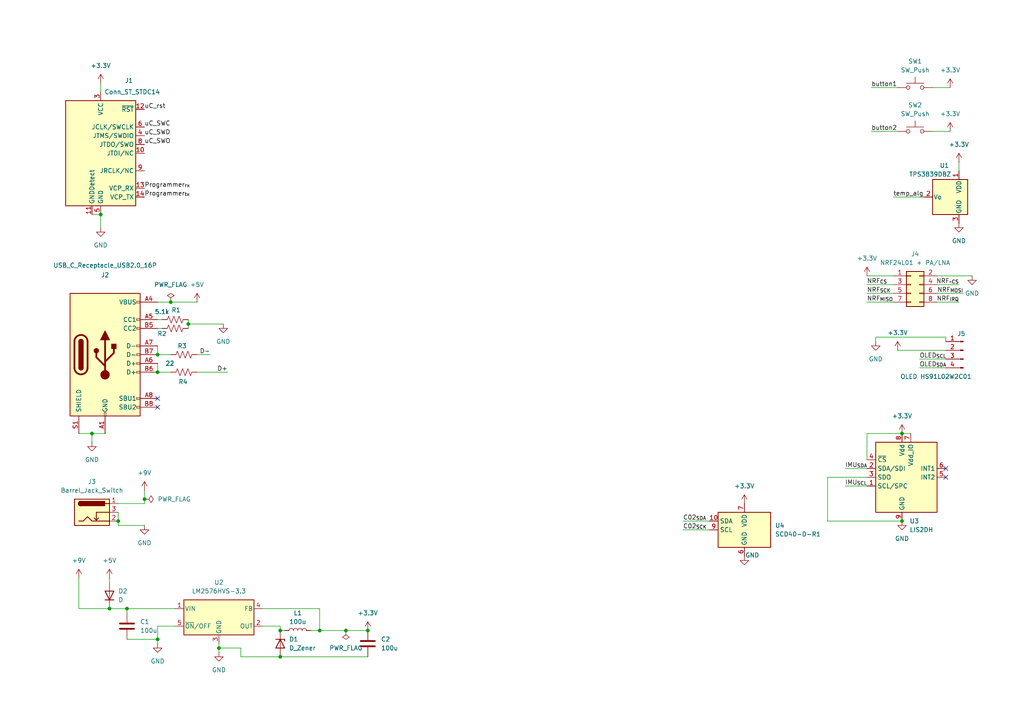
<source format=kicad_sch>
(kicad_sch (version 20231120) (generator "eeschema") (generator_version "8.0")
  (paper "A4")
  (title_block (title "Firmware OnBoard") (date "2024-11-02") (rev "1") (company "HPVDT"))
  (lib_symbols
    (symbol "Connector:Barrel_Jack_Switch" (pin_names hide)
      (property "Reference" "J" (at 0 5.334 0))
      (property "Value" "Barrel_Jack_Switch" (at 0 -5.08 0))
      (symbol "Barrel_Jack_Switch_0_1"
        (rectangle (start -5.08 3.81) (end 5.08 -3.81) (stroke (width 0.254)) (fill (type background)))
        (arc (start -3.302 3.175) (mid -3.9343 2.54) (end -3.302 1.905) (stroke (width 0.254)))
        (arc (start -3.302 3.175) (mid -3.9343 2.54) (end -3.302 1.905) (stroke (width 0.254)) (fill (type outline)))
        (polyline (pts (xy 1.27 -2.286) (xy 1.905 -1.651)) (stroke (width 0.254)))
        (polyline (pts (xy 5.08 2.54) (xy 3.81 2.54)) (stroke (width 0.254)))
        (polyline (pts (xy 5.08 0) (xy 1.27 0) (xy 1.27 -2.286) (xy 0.635 -1.651)) (stroke (width 0.254)))
        (polyline (pts (xy -3.81 -2.54) (xy -2.54 -2.54) (xy -1.27 -1.27) (xy 0 -2.54) (xy 2.54 -2.54) (xy 5.08 -2.54)) (stroke (width 0.254)))
        (rectangle (start 3.683 3.175) (end -3.302 1.905) (stroke (width 0.254)) (fill (type outline)))
      )
      (symbol "Barrel_Jack_Switch_1_1"
        (pin passive line (at 7.62 2.54 180) (length 2.54) (name "~") (number "1"))
        (pin passive line (at 7.62 -2.54 180) (length 2.54) (name "~") (number "2"))
        (pin passive line (at 7.62 0 180) (length 2.54) (name "~") (number "3"))
      )
    )
    (symbol "Connector:Conn_01x04_Pin" (pin_names (offset 1.016) hide)
      (property "Reference" "J" (at 0 5.08 0))
      (property "Value" "Conn_01x04_Pin" (at 0 -7.62 0))
      (symbol "Conn_01x04_Pin_1_1"
        (polyline (pts (xy 1.27 -5.08) (xy 0.8636 -5.08)) (stroke (width 0.1524)))
        (polyline (pts (xy 1.27 -2.54) (xy 0.8636 -2.54)) (stroke (width 0.1524)))
        (polyline (pts (xy 1.27 0) (xy 0.8636 0)) (stroke (width 0.1524)))
        (polyline (pts (xy 1.27 2.54) (xy 0.8636 2.54)) (stroke (width 0.1524)))
        (rectangle (start 0.8636 -4.953) (end 0 -5.207) (stroke (width 0.1524)) (fill (type outline)))
        (rectangle (start 0.8636 -2.413) (end 0 -2.667) (stroke (width 0.1524)) (fill (type outline)))
        (rectangle (start 0.8636 0.127) (end 0 -0.127) (stroke (width 0.1524)) (fill (type outline)))
        (rectangle (start 0.8636 2.667) (end 0 2.413) (stroke (width 0.1524)) (fill (type outline)))
        (pin passive line (at 5.08 2.54 180) (length 3.81) (name "Pin_1") (number "1"))
        (pin passive line (at 5.08 0 180) (length 3.81) (name "Pin_2") (number "2"))
        (pin passive line (at 5.08 -2.54 180) (length 3.81) (name "Pin_3") (number "3"))
        (pin passive line (at 5.08 -5.08 180) (length 3.81) (name "Pin_4") (number "4"))
      )
    )
    (symbol "Connector:Conn_ST_STDC14"
      (property "Reference" "J" (at -8.89 16.51 0))
      (property "Value" "Conn_ST_STDC14" (at 17.78 16.51 0))
      (symbol "Conn_ST_STDC14_0_1"
        (rectangle (start -10.16 15.24) (end 10.16 -15.24) (stroke (width 0.254)) (fill (type background)))
      )
      (symbol "Conn_ST_STDC14_1_1"
        (pin no_connect line (at -10.16 5.08 0) (length 2.54) hide (name "NC") (number "1"))
        (pin output line (at 12.7 0 180) (length 2.54) (name "JTDI/NC") (number "10"))
        (pin passive line (at -2.54 -17.78 90) (length 2.54) (name "GNDDetect") (number "11"))
        (pin open_collector line (at 12.7 12.7 180) (length 2.54) (name "~{RST}") (number "12"))
        (pin output line (at 12.7 -10.16 180) (length 2.54) (name "VCP_RX") (number "13"))
        (pin input line (at 12.7 -12.7 180) (length 2.54) (name "VCP_TX") (number "14"))
        (pin no_connect line (at -10.16 2.54 0) (length 2.54) hide (name "NC") (number "2"))
        (pin power_in line (at 0 17.78 270) (length 2.54) (name "VCC") (number "3"))
        (pin bidirectional line (at 12.7 5.08 180) (length 2.54) (name "JTMS/SWDIO") (number "4"))
        (pin power_in line (at 0 -17.78 90) (length 2.54) (name "GND") (number "5"))
        (pin output line (at 12.7 7.62 180) (length 2.54) (name "JCLK/SWCLK") (number "6"))
        (pin passive line (at 0 -17.78 90) (length 2.54) hide (name "GND") (number "7"))
        (pin input line (at 12.7 2.54 180) (length 2.54) (name "JTDO/SWO") (number "8"))
        (pin input line (at 12.7 -5.08 180) (length 2.54) (name "JRCLK/NC") (number "9"))
      )
    )
    (symbol "Connector:USB_C_Receptacle_USB2.0_16P" (pin_names (offset 1.016))
      (property "Reference" "J" (at 0 22.225 0))
      (property "Value" "USB_C_Receptacle_USB2.0_16P" (at 0 19.685 0))
      (symbol "USB_C_Receptacle_USB2.0_16P_0_0"
        (rectangle (start -0.254 -17.78) (end 0.254 -16.764))
        (rectangle (start 10.16 -14.986) (end 9.144 -15.494))
        (rectangle (start 10.16 -12.446) (end 9.144 -12.954))
        (rectangle (start 10.16 -4.826) (end 9.144 -5.334))
        (rectangle (start 10.16 -2.286) (end 9.144 -2.794))
        (rectangle (start 10.16 0.254) (end 9.144 -0.254))
        (rectangle (start 10.16 2.794) (end 9.144 2.286))
        (rectangle (start 10.16 7.874) (end 9.144 7.366))
        (rectangle (start 10.16 10.414) (end 9.144 9.906))
        (rectangle (start 10.16 15.494) (end 9.144 14.986))
      )
      (symbol "USB_C_Receptacle_USB2.0_16P_0_1"
        (rectangle (start -10.16 17.78) (end 10.16 -17.78) (stroke (width 0.254)) (fill (type background)))
        (arc (start -8.89 -3.81) (mid -6.985 -5.7067) (end -5.08 -3.81) (stroke (width 0.508)))
        (arc (start -7.62 -3.81) (mid -6.985 -4.4423) (end -6.35 -3.81) (stroke (width 0.254)))
        (arc (start -7.62 -3.81) (mid -6.985 -4.4423) (end -6.35 -3.81) (stroke (width 0.254)) (fill (type outline)))
        (rectangle (start -7.62 -3.81) (end -6.35 3.81) (stroke (width 0.254)) (fill (type outline)))
        (arc (start -6.35 3.81) (mid -6.985 4.4423) (end -7.62 3.81) (stroke (width 0.254)))
        (arc (start -6.35 3.81) (mid -6.985 4.4423) (end -7.62 3.81) (stroke (width 0.254)) (fill (type outline)))
        (arc (start -5.08 3.81) (mid -6.985 5.7067) (end -8.89 3.81) (stroke (width 0.508)))
        (circle (center -2.54 1.143) (radius 0.635) (stroke (width 0.254)) (fill (type outline)))
        (circle (center 0 -5.842) (radius 1.27) (fill (type outline)))
        (polyline (pts (xy -8.89 -3.81) (xy -8.89 3.81)) (stroke (width 0.508)))
        (polyline (pts (xy -5.08 3.81) (xy -5.08 -3.81)) (stroke (width 0.508)))
        (polyline (pts (xy 0 -5.842) (xy 0 4.318)) (stroke (width 0.508)))
        (polyline (pts (xy 0 -3.302) (xy -2.54 -0.762) (xy -2.54 0.508)) (stroke (width 0.508)))
        (polyline (pts (xy 0 -2.032) (xy 2.54 0.508) (xy 2.54 1.778)) (stroke (width 0.508)))
        (polyline (pts (xy -1.27 4.318) (xy 0 6.858) (xy 1.27 4.318) (xy -1.27 4.318)) (stroke (width 0.254)) (fill (type outline)))
        (rectangle (start 1.905 1.778) (end 3.175 3.048) (stroke (width 0.254)) (fill (type outline)))
      )
      (symbol "USB_C_Receptacle_USB2.0_16P_1_1"
        (pin passive line (at 0 -22.86 90) (length 5.08) (name "GND") (number "A1"))
        (pin passive line (at 0 -22.86 90) (length 5.08) hide (name "GND") (number "A12"))
        (pin passive line (at 15.24 15.24 180) (length 5.08) (name "VBUS") (number "A4"))
        (pin bidirectional line (at 15.24 10.16 180) (length 5.08) (name "CC1") (number "A5"))
        (pin bidirectional line (at 15.24 -2.54 180) (length 5.08) (name "D+") (number "A6"))
        (pin bidirectional line (at 15.24 2.54 180) (length 5.08) (name "D-") (number "A7"))
        (pin bidirectional line (at 15.24 -12.7 180) (length 5.08) (name "SBU1") (number "A8"))
        (pin passive line (at 15.24 15.24 180) (length 5.08) hide (name "VBUS") (number "A9"))
        (pin passive line (at 0 -22.86 90) (length 5.08) hide (name "GND") (number "B1"))
        (pin passive line (at 0 -22.86 90) (length 5.08) hide (name "GND") (number "B12"))
        (pin passive line (at 15.24 15.24 180) (length 5.08) hide (name "VBUS") (number "B4"))
        (pin bidirectional line (at 15.24 7.62 180) (length 5.08) (name "CC2") (number "B5"))
        (pin bidirectional line (at 15.24 -5.08 180) (length 5.08) (name "D+") (number "B6"))
        (pin bidirectional line (at 15.24 0 180) (length 5.08) (name "D-") (number "B7"))
        (pin bidirectional line (at 15.24 -15.24 180) (length 5.08) (name "SBU2") (number "B8"))
        (pin passive line (at 15.24 15.24 180) (length 5.08) hide (name "VBUS") (number "B9"))
        (pin passive line (at -7.62 -22.86 90) (length 5.08) (name "SHIELD") (number "S1"))
      )
    )
    (symbol "Connector_Generic:Conn_02x04_Odd_Even" (pin_names (offset 1.016) hide)
      (property "Reference" "J" (at 1.27 5.08 0))
      (property "Value" "Conn_02x04_Odd_Even" (at 1.27 -7.62 0))
      (symbol "Conn_02x04_Odd_Even_1_1"
        (rectangle (start -1.27 -4.953) (end 0 -5.207) (stroke (width 0.1524)))
        (rectangle (start -1.27 -2.413) (end 0 -2.667) (stroke (width 0.1524)))
        (rectangle (start -1.27 0.127) (end 0 -0.127) (stroke (width 0.1524)))
        (rectangle (start -1.27 2.667) (end 0 2.413) (stroke (width 0.1524)))
        (rectangle (start -1.27 3.81) (end 3.81 -6.35) (stroke (width 0.254)) (fill (type background)))
        (rectangle (start 3.81 -4.953) (end 2.54 -5.207) (stroke (width 0.1524)))
        (rectangle (start 3.81 -2.413) (end 2.54 -2.667) (stroke (width 0.1524)))
        (rectangle (start 3.81 0.127) (end 2.54 -0.127) (stroke (width 0.1524)))
        (rectangle (start 3.81 2.667) (end 2.54 2.413) (stroke (width 0.1524)))
        (pin passive line (at -5.08 2.54 0) (length 3.81) (name "Pin_1") (number "1"))
        (pin passive line (at 7.62 2.54 180) (length 3.81) (name "Pin_2") (number "2"))
        (pin passive line (at -5.08 0 0) (length 3.81) (name "Pin_3") (number "3"))
        (pin passive line (at 7.62 0 180) (length 3.81) (name "Pin_4") (number "4"))
        (pin passive line (at -5.08 -2.54 0) (length 3.81) (name "Pin_5") (number "5"))
        (pin passive line (at 7.62 -2.54 180) (length 3.81) (name "Pin_6") (number "6"))
        (pin passive line (at -5.08 -5.08 0) (length 3.81) (name "Pin_7") (number "7"))
        (pin passive line (at 7.62 -5.08 180) (length 3.81) (name "Pin_8") (number "8"))
      )
    )
    (symbol "Device:C" (pin_numbers hide) (pin_names (offset 0.254))
      (property "Reference" "C" (at 0.635 2.54 0))
      (property "Value" "C" (at 0.635 -2.54 0))
      (symbol "C_0_1"
        (polyline (pts (xy -2.032 -0.762) (xy 2.032 -0.762)) (stroke (width 0.508)))
        (polyline (pts (xy -2.032 0.762) (xy 2.032 0.762)) (stroke (width 0.508)))
      )
      (symbol "C_1_1"
        (pin passive line (at 0 3.81 270) (length 2.794) (name "~") (number "1"))
        (pin passive line (at 0 -3.81 90) (length 2.794) (name "~") (number "2"))
      )
    )
    (symbol "Device:D" (pin_numbers hide) (pin_names (offset 1.016) hide)
      (property "Reference" "D" (at 0 2.54 0))
      (property "Value" "D" (at 0 -2.54 0))
      (symbol "D_0_1"
        (polyline (pts (xy -1.27 1.27) (xy -1.27 -1.27)) (stroke (width 0.254)))
        (polyline (pts (xy 1.27 0) (xy -1.27 0)))
        (polyline (pts (xy 1.27 1.27) (xy 1.27 -1.27) (xy -1.27 0) (xy 1.27 1.27)) (stroke (width 0.254)))
      )
      (symbol "D_1_1"
        (pin passive line (at -3.81 0 0) (length 2.54) (name "K") (number "1"))
        (pin passive line (at 3.81 0 180) (length 2.54) (name "A") (number "2"))
      )
    )
    (symbol "Device:D_Zener" (pin_numbers hide) (pin_names (offset 1.016) hide)
      (property "Reference" "D" (at 0 2.54 0))
      (property "Value" "D_Zener" (at 0 -2.54 0))
      (symbol "D_Zener_0_1"
        (polyline (pts (xy 1.27 0) (xy -1.27 0)))
        (polyline (pts (xy -1.27 -1.27) (xy -1.27 1.27) (xy -0.762 1.27)) (stroke (width 0.254)))
        (polyline (pts (xy 1.27 -1.27) (xy 1.27 1.27) (xy -1.27 0) (xy 1.27 -1.27)) (stroke (width 0.254)))
      )
      (symbol "D_Zener_1_1"
        (pin passive line (at -3.81 0 0) (length 2.54) (name "K") (number "1"))
        (pin passive line (at 3.81 0 180) (length 2.54) (name "A") (number "2"))
      )
    )
    (symbol "Device:L" (pin_numbers hide) (pin_names (offset 1.016) hide)
      (property "Reference" "L" (at -1.27 0 90))
      (property "Value" "L" (at 1.905 0 90))
      (symbol "L_0_1"
        (arc (start 0 -2.54) (mid 0.6323 -1.905) (end 0 -1.27))
        (arc (start 0 -1.27) (mid 0.6323 -0.635) (end 0 0))
        (arc (start 0 0) (mid 0.6323 0.635) (end 0 1.27))
        (arc (start 0 1.27) (mid 0.6323 1.905) (end 0 2.54))
      )
      (symbol "L_1_1"
        (pin passive line (at 0 3.81 270) (length 1.27) (name "1") (number "1"))
        (pin passive line (at 0 -3.81 90) (length 1.27) (name "2") (number "2"))
      )
    )
    (symbol "Device:R_US" (pin_numbers hide) (pin_names (offset 0))
      (property "Reference" "R" (at 2.54 0 90))
      (property "Value" "R_US" (at -2.54 0 90))
      (symbol "R_US_0_1"
        (polyline (pts (xy 0 -2.286) (xy 0 -2.54)))
        (polyline (pts (xy 0 2.286) (xy 0 2.54)))
        (polyline (pts (xy 0 -0.762) (xy 1.016 -1.143) (xy 0 -1.524) (xy -1.016 -1.905) (xy 0 -2.286)))
        (polyline (pts (xy 0 0.762) (xy 1.016 0.381) (xy 0 0) (xy -1.016 -0.381) (xy 0 -0.762)))
        (polyline (pts (xy 0 2.286) (xy 1.016 1.905) (xy 0 1.524) (xy -1.016 1.143) (xy 0 0.762)))
      )
      (symbol "R_US_1_1"
        (pin passive line (at 0 3.81 270) (length 1.27) (name "~") (number "1"))
        (pin passive line (at 0 -3.81 90) (length 1.27) (name "~") (number "2"))
      )
    )
    (symbol "Power_Supervisor:TPS3839DBZ" (pin_names (offset 0.254))
      (property "Reference" "U1" (at -3.81 1.2701 0))
      (property "Value" "TPS3839DBZ" (at -3.81 -1.2699 0))
      (symbol "TPS3839DBZ_0_1"
        (rectangle (start -2.54 5.08) (end 7.62 -5.08) (stroke (width 0.254)) (fill (type background)))
      )
      (symbol "TPS3839DBZ_1_1"
        (pin power_in line (at 0 7.62 270) (length 2.54) (name "VDD") (number "1"))
        (pin output line (at 10.16 0 180) (length 2.54) (name "Vo") (number "2"))
        (pin power_in line (at 0 -7.62 90) (length 2.54) (name "GND") (number "3"))
      )
    )
    (symbol "Regulator_Switching:LM2576HVS-3.3" (pin_names (offset 0.254))
      (property "Reference" "U" (at -10.16 6.35 0))
      (property "Value" "LM2576HVS-3.3" (at 0 6.35 0))
      (symbol "LM2576HVS-3.3_0_1"
        (rectangle (start -10.16 5.08) (end 10.16 -5.08) (stroke (width 0.254)) (fill (type background)))
      )
      (symbol "LM2576HVS-3.3_1_1"
        (pin power_in line (at -12.7 2.54 0) (length 2.54) (name "VIN") (number "1"))
        (pin output line (at 12.7 -2.54 180) (length 2.54) (name "OUT") (number "2"))
        (pin power_in line (at 0 -7.62 90) (length 2.54) (name "GND") (number "3"))
        (pin input line (at 12.7 2.54 180) (length 2.54) (name "FB") (number "4"))
        (pin input line (at -12.7 -2.54 0) (length 2.54) (name "~{ON}/OFF") (number "5"))
      )
    )
    (symbol "Sensor_Gas:SCD40-D-R2"
      (property "Reference" "U" (at -7.62 6.35 0))
      (property "Value" "SCD40-D-R2" (at 6.985 6.35 0))
      (symbol "SCD40-D-R2_0_1"
        (rectangle (start 7.62 5.08) (end -7.62 -5.08) (stroke (width 0.254)) (fill (type background)))
      )
      (symbol "SCD40-D-R2_1_1"
        (pin bidirectional line (at 10.16 2.54 180) (length 2.54) (name "SDA") (number "10"))
        (pin passive line (at 0 7.62 270) (length 2.54) hide (name "VDD") (number "19"))
        (pin passive line (at 0 -7.62 90) (length 2.54) hide (name "GND") (number "20"))
        (pin passive line (at 0 -7.62 90) (length 2.54) hide (name "GND") (number "21"))
        (pin power_in line (at 0 -7.62 90) (length 2.54) (name "GND") (number "6"))
        (pin power_in line (at 0 7.62 270) (length 2.54) (name "VDD") (number "7"))
        (pin input line (at 10.16 0 180) (length 2.54) (name "SCL") (number "9"))
      )
    )
    (symbol "Sensor_Motion:LIS2DH"
      (property "Reference" "U" (at -8.89 11.43 0))
      (property "Value" "LIS2DH" (at 3.81 11.43 0))
      (symbol "LIS2DH_0_1"
        (rectangle (start -7.62 10.16) (end 10.16 -10.16) (stroke (width 0.254)) (fill (type background)))
      )
      (symbol "LIS2DH_1_1"
        (pin input line (at -10.16 -2.54 0) (length 2.54) (name "SCL/SPC") (number "1"))
        (pin passive line (at 0 -12.7 90) (length 2.54) hide (name "GND") (number "10"))
        (pin passive line (at 0 -12.7 90) (length 2.54) hide (name "GND") (number "11"))
        (pin passive line (at 0 -12.7 90) (length 2.54) hide (name "GND") (number "12"))
        (pin passive line (at 0 -12.7 90) (length 2.54) hide (name "GND") (number "13"))
        (pin passive line (at 0 -12.7 90) (length 2.54) hide (name "GND") (number "14"))
        (pin bidirectional line (at -10.16 2.54 0) (length 2.54) (name "SDA/SDI") (number "2"))
        (pin output line (at -10.16 0 0) (length 2.54) (name "SDO") (number "3"))
        (pin input line (at -10.16 5.08 0) (length 2.54) (name "~{CS}") (number "4"))
        (pin output line (at 12.7 0 180) (length 2.54) (name "INT2") (number "5"))
        (pin output line (at 12.7 2.54 180) (length 2.54) (name "INT1") (number "6"))
        (pin power_in line (at 2.54 12.7 270) (length 2.54) (name "Vdd_IO") (number "7"))
        (pin power_in line (at 0 12.7 270) (length 2.54) (name "Vdd") (number "8"))
        (pin power_in line (at 0 -12.7 90) (length 2.54) (name "GND") (number "9"))
      )
    )
    (symbol "Switch:SW_Push" (pin_numbers hide) (pin_names (offset 1.016) hide)
      (property "Reference" "SW" (at 1.27 2.54 0))
      (property "Value" "SW_Push" (at 0 -1.524 0))
      (symbol "SW_Push_0_1"
        (circle (center -2.032 0) (radius 0.508))
        (polyline (pts (xy 0 1.27) (xy 0 3.048)))
        (polyline (pts (xy 2.54 1.27) (xy -2.54 1.27)))
        (circle (center 2.032 0) (radius 0.508))
        (pin passive line (at -5.08 0 0) (length 2.54) (name "1") (number "1"))
        (pin passive line (at 5.08 0 180) (length 2.54) (name "2") (number "2"))
      )
    )
    (symbol "power:+3.3V" (power) (pin_numbers hide) (pin_names (offset 0) hide)
      (property "Value" "+3.3V" (at 0 3.556 0))
      (symbol "+3.3V_0_1"
        (polyline (pts (xy -0.762 1.27) (xy 0 2.54)))
        (polyline (pts (xy 0 0) (xy 0 2.54)))
        (polyline (pts (xy 0 2.54) (xy 0.762 1.27)))
      )
      (symbol "+3.3V_1_1"
        (pin power_in line (at 0 0 90) (length 0) (name "~") (number "1"))
      )
    )
    (symbol "power:+5V" (power) (pin_numbers hide) (pin_names (offset 0) hide)
      (property "Value" "+5V" (at 0 3.556 0))
      (symbol "+5V_0_1"
        (polyline (pts (xy -0.762 1.27) (xy 0 2.54)))
        (polyline (pts (xy 0 0) (xy 0 2.54)))
        (polyline (pts (xy 0 2.54) (xy 0.762 1.27)))
      )
      (symbol "+5V_1_1"
        (pin power_in line (at 0 0 90) (length 0) (name "~") (number "1"))
      )
    )
    (symbol "power:+9V" (power) (pin_numbers hide) (pin_names (offset 0) hide)
      (property "Value" "+9V" (at 0 3.556 0))
      (symbol "+9V_0_1"
        (polyline (pts (xy -0.762 1.27) (xy 0 2.54)))
        (polyline (pts (xy 0 0) (xy 0 2.54)))
        (polyline (pts (xy 0 2.54) (xy 0.762 1.27)))
      )
      (symbol "+9V_1_1"
        (pin power_in line (at 0 0 90) (length 0) (name "~") (number "1"))
      )
    )
    (symbol "power:GND" (power) (pin_numbers hide) (pin_names (offset 0) hide)
      (property "Value" "GND" (at 0 -3.81 0))
      (symbol "GND_0_1"
        (polyline (pts (xy 0 0) (xy 0 -1.27) (xy 1.27 -1.27) (xy 0 -2.54) (xy -1.27 -1.27) (xy 0 -1.27)))
      )
      (symbol "GND_1_1"
        (pin power_in line (at 0 0 270) (length 0) (name "~") (number "1"))
      )
    )
    (symbol "power:PWR_FLAG" (power) (pin_numbers hide) (pin_names (offset 0) hide)
      (property "Value" "PWR_FLAG" (at 0 3.81 0))
      (symbol "PWR_FLAG_0_0"
        (pin power_out line (at 0 0 90) (length 0) (name "~") (number "1"))
      )
      (symbol "PWR_FLAG_0_1"
        (polyline (pts (xy 0 0) (xy 0 1.27) (xy -1.016 1.905) (xy 0 2.54) (xy 1.016 1.905) (xy 0 1.27)))
      )
    )
  )
  (junction (at 261.62 151.13))
  (junction (at 45.72 107.95))
  (junction (at 81.28 190.5))
  (junction (at 45.72 185.42))
  (junction (at 92.71 182.88))
  (junction (at 54.61 93.98))
  (junction (at 49.53 87.63))
  (junction (at 29.21 62.23))
  (junction (at 36.83 176.53))
  (junction (at 100.33 182.88))
  (junction (at 261.62 125.73))
  (junction (at 81.28 182.88))
  (junction (at 31.75 176.53))
  (junction (at 34.29 151.13))
  (junction (at 106.68 182.88))
  (junction (at 63.5 187.96))
  (junction (at 41.91 144.78))
  (junction (at 26.67 125.73))
  (junction (at 45.72 102.87))
  (no_connect (at 45.72 118.11))
  (no_connect (at 45.72 115.57))
  (no_connect (at 274.32 135.89))
  (no_connect (at 274.32 138.43))
  (wire (pts (xy 34.29 148.59) (xy 34.29 151.13)))
  (wire (pts (xy 31.75 167.64) (xy 31.75 168.91)))
  (wire (pts (xy 41.91 142.24) (xy 41.91 144.78)))
  (wire (pts (xy 198.12 151.13) (xy 205.74 151.13)))
  (wire (pts (xy 251.46 138.43) (xy 240.03 138.43)))
  (wire (pts (xy 278.13 87.63) (xy 271.78 87.63)))
  (wire (pts (xy 69.85 190.5) (xy 69.85 187.96)))
  (wire (pts (xy 279.4 85.09) (xy 271.78 85.09)))
  (wire (pts (xy 22.86 167.64) (xy 22.86 176.53)))
  (wire (pts (xy 57.15 102.87) (xy 60.96 102.87)))
  (wire (pts (xy 49.53 107.95) (xy 45.72 107.95)))
  (wire (pts (xy 251.46 85.09) (xy 259.08 85.09)))
  (wire (pts (xy 34.29 151.13) (xy 34.29 152.4)))
  (wire (pts (xy 36.83 185.42) (xy 45.72 185.42)))
  (wire (pts (xy 274.32 97.79) (xy 274.32 99.06)))
  (wire (pts (xy 45.72 105.41) (xy 45.72 107.95)))
  (wire (pts (xy 54.61 93.98) (xy 54.61 95.25)))
  (wire (pts (xy 261.62 125.73) (xy 264.16 125.73)))
  (wire (pts (xy 240.03 138.43) (xy 240.03 151.13)))
  (wire (pts (xy 81.28 190.5) (xy 106.68 190.5)))
  (wire (pts (xy 252.73 25.4) (xy 260.35 25.4)))
  (wire (pts (xy 266.7 104.14) (xy 274.32 104.14)))
  (wire (pts (xy 54.61 92.71) (xy 54.61 93.98)))
  (wire (pts (xy 41.91 152.4) (xy 34.29 152.4)))
  (wire (pts (xy 66.04 107.95) (xy 57.15 107.95)))
  (wire (pts (xy 54.61 93.98) (xy 64.77 93.98)))
  (wire (pts (xy 81.28 181.61) (xy 76.2 181.61)))
  (wire (pts (xy 49.53 87.63) (xy 57.15 87.63)))
  (wire (pts (xy 45.72 100.33) (xy 45.72 102.87)))
  (wire (pts (xy 92.71 182.88) (xy 100.33 182.88)))
  (wire (pts (xy 81.28 182.88) (xy 82.55 182.88)))
  (wire (pts (xy 36.83 176.53) (xy 36.83 177.8)))
  (wire (pts (xy 270.51 38.1) (xy 275.59 38.1)))
  (wire (pts (xy 278.13 46.99) (xy 278.13 49.53)))
  (wire (pts (xy 254 97.79) (xy 274.32 97.79)))
  (wire (pts (xy 49.53 102.87) (xy 45.72 102.87)))
  (wire (pts (xy 76.2 176.53) (xy 92.71 176.53)))
  (wire (pts (xy 63.5 187.96) (xy 63.5 189.23)))
  (wire (pts (xy 245.11 135.89) (xy 251.46 135.89)))
  (wire (pts (xy 26.67 62.23) (xy 29.21 62.23)))
  (wire (pts (xy 251.46 133.35) (xy 251.46 125.73)))
  (wire (pts (xy 45.72 181.61) (xy 45.72 185.42)))
  (wire (pts (xy 26.67 125.73) (xy 26.67 128.27)))
  (wire (pts (xy 254 97.79) (xy 254 99.06)))
  (wire (pts (xy 260.35 101.6) (xy 274.32 101.6)))
  (wire (pts (xy 50.8 181.61) (xy 45.72 181.61)))
  (wire (pts (xy 69.85 187.96) (xy 63.5 187.96)))
  (wire (pts (xy 29.21 62.23) (xy 29.21 66.04)))
  (wire (pts (xy 22.86 125.73) (xy 26.67 125.73)))
  (wire (pts (xy 22.86 176.53) (xy 31.75 176.53)))
  (wire (pts (xy 45.72 95.25) (xy 46.99 95.25)))
  (wire (pts (xy 81.28 190.5) (xy 69.85 190.5)))
  (wire (pts (xy 251.46 82.55) (xy 259.08 82.55)))
  (wire (pts (xy 45.72 185.42) (xy 45.72 186.69)))
  (wire (pts (xy 50.8 176.53) (xy 36.83 176.53)))
  (wire (pts (xy 271.78 80.01) (xy 281.94 80.01)))
  (wire (pts (xy 63.5 186.69) (xy 63.5 187.96)))
  (wire (pts (xy 251.46 80.01) (xy 259.08 80.01)))
  (wire (pts (xy 252.73 38.1) (xy 260.35 38.1)))
  (wire (pts (xy 270.51 25.4) (xy 275.59 25.4)))
  (wire (pts (xy 198.12 153.67) (xy 205.74 153.67)))
  (wire (pts (xy 90.17 182.88) (xy 92.71 182.88)))
  (wire (pts (xy 266.7 106.68) (xy 274.32 106.68)))
  (wire (pts (xy 29.21 24.13) (xy 29.21 26.67)))
  (wire (pts (xy 245.11 140.97) (xy 251.46 140.97)))
  (wire (pts (xy 259.08 57.15) (xy 267.97 57.15)))
  (wire (pts (xy 251.46 125.73) (xy 261.62 125.73)))
  (wire (pts (xy 31.75 176.53) (xy 36.83 176.53)))
  (wire (pts (xy 251.46 87.63) (xy 259.08 87.63)))
  (wire (pts (xy 41.91 144.78) (xy 41.91 146.05)))
  (wire (pts (xy 240.03 151.13) (xy 261.62 151.13)))
  (wire (pts (xy 45.72 92.71) (xy 46.99 92.71)))
  (wire (pts (xy 81.28 182.88) (xy 81.28 181.61)))
  (wire (pts (xy 92.71 176.53) (xy 92.71 182.88)))
  (wire (pts (xy 26.67 125.73) (xy 30.48 125.73)))
  (wire (pts (xy 45.72 87.63) (xy 49.53 87.63)))
  (wire (pts (xy 34.29 146.05) (xy 41.91 146.05)))
  (wire (pts (xy 100.33 182.88) (xy 106.68 182.88)))
  (wire (pts (xy 278.13 82.55) (xy 271.78 82.55)))
  (label "Programmer_{tx}" (at 41.91 57.15 0))
  (label "NRF_{IRQ}" (at 278.13 87.63 180))
  (label "NRF_{MOSI}" (at 279.4 85.09 180))
  (label "uC_rst" (at 41.91 31.75 0))
  (label "D+" (at 66.04 107.95 180))
  (label "uC_SWD" (at 41.91 39.37 0))
  (label "D-" (at 60.96 102.87 180))
  (label "C02_{SDA}" (at 198.12 151.13 0))
  (label "button1" (at 252.73 25.4 0))
  (label "temp_alg" (at 259.08 57.15 0))
  (label "button2" (at 252.73 38.1 0))
  (label "IMU_{SDA}" (at 245.11 135.89 0))
  (label "OLED_{SDA}" (at 266.7 106.68 0))
  (label "NRF_{MISO}" (at 251.46 87.63 0))
  (label "uC_SWC" (at 41.91 36.83 0))
  (label "Programmer_{rx}" (at 41.91 54.61 0))
  (label "uC_SWO" (at 41.91 41.91 0))
  (label "IMU_{SCL}" (at 245.11 140.97 0))
  (label "C02_{SCK}" (at 198.12 153.67 0))
  (label "OLED_{SCL}" (at 266.7 104.14 0))
  (label "NRF_{SCK}" (at 251.46 85.09 0))
  (label "NRF_{CS}" (at 251.46 82.55 0))
  (label "NRF_{~CS}" (at 278.13 82.55 180))
  (symbol (lib_id "power:+9V") (at 41.91 142.24 0) (unit 1)
    (property "Reference" "#PWR09" (effects (hide yes)))
    (property "Value" "+9V" (at 41.91 137.16 0))
    (property "Description" "Power symbol creates a global label with name \"+9V\"" (effects (hide yes)))
  )
  (symbol (lib_id "Switch:SW_Push") (at 265.43 25.4 0) (unit 1)
    (property "Reference" "SW1" (at 265.43 17.78 0))
    (property "Value" "SW_Push" (at 265.43 20.32 0))
    (property "Description" "Push button switch, generic, two pins" (effects (hide yes)))
  )
  (symbol (lib_id "power:GND") (at 29.21 66.04 0) (unit 1)
    (property "Reference" "#PWR02" (effects (hide yes)))
    (property "Value" "GND" (at 29.21 71.12 0))
    (property "Description" "Power symbol creates a global label with name \"GND\" , ground" (effects (hide yes)))
  )
  (symbol (lib_id "power:+3.3V") (at 29.21 24.13 0) (unit 1)
    (property "Reference" "#PWR01" (effects (hide yes)))
    (property "Value" "+3.3V" (at 29.21 19.05 0))
    (property "Description" "Power symbol creates a global label with name \"+3.3V\"" (effects (hide yes)))
  )
  (symbol (lib_id "power:+3.3V") (at 275.59 38.1 0) (unit 1)
    (property "Reference" "#PWR015" (effects (hide yes)))
    (property "Value" "+3.3V" (at 275.59 33.02 0))
    (property "Description" "Power symbol creates a global label with name \"+3.3V\"" (effects (hide yes)))
  )
  (symbol (lib_id "power:PWR_FLAG") (at 41.91 144.78 270) (unit 1)
    (property "Reference" "#FLG02" (effects (hide yes)))
    (property "Value" "PWR_FLAG" (at 45.72 144.7799 90) (effects (justify left)))
    (property "Description" "Special symbol for telling ERC where power comes from" (effects (hide yes)))
  )
  (symbol (lib_id "power:GND") (at 254 99.06 0) (unit 1)
    (property "Reference" "#PWR013" (effects (hide yes)))
    (property "Value" "GND" (at 254 104.14 0))
    (property "Description" "Power symbol creates a global label with name \"GND\" , ground" (effects (hide yes)))
  )
  (symbol (lib_id "power:+3.3V") (at 215.9 146.05 0) (unit 1)
    (property "Reference" "#PWR023" (effects (hide yes)))
    (property "Value" "+3.3V" (at 215.9 140.97 0))
    (property "Description" "Power symbol creates a global label with name \"+3.3V\"" (effects (hide yes)))
  )
  (symbol (lib_id "power:+5V") (at 31.75 167.64 0) (unit 1)
    (property "Reference" "#PWR020" (effects (hide yes)))
    (property "Value" "+5V" (at 31.75 162.56 0))
    (property "Description" "Power symbol creates a global label with name \"+5V\"" (effects (hide yes)))
  )
  (symbol (lib_id "Device:R_US") (at 53.34 107.95 270) (unit 1)
    (property "Reference" "R4" (at 53.086 110.744 90))
    (property "Value" "22" (at 49.276 105.41 90))
    (property "Footprint" "Resistor_SMD:R_0201_0603Metric" (effects (hide yes)))
    (property "Description" "Resistor, US symbol" (effects (hide yes)))
  )
  (symbol (lib_id "power:+3.3V") (at 260.35 101.6 0) (unit 1)
    (property "Reference" "#PWR014" (effects (hide yes)))
    (property "Value" "+3.3V" (at 260.35 96.52 0))
    (property "Description" "Power symbol creates a global label with name \"+3.3V\"" (effects (hide yes)))
  )
  (symbol (lib_id "power:+3.3V") (at 251.46 80.01 0) (unit 1)
    (property "Reference" "#PWR010" (effects (hide yes)))
    (property "Value" "+3.3V" (at 251.46 74.93 0))
    (property "Description" "Power symbol creates a global label with name \"+3.3V\"" (effects (hide yes)))
  )
  (symbol (lib_id "Connector_Generic:Conn_02x04_Odd_Even") (at 264.16 82.55 0) (unit 1)
    (property "Reference" "J4" (at 265.43 73.66 0))
    (property "Value" "NRF24L01 + PA/LNA" (at 265.43 76.2 0))
    (property "Footprint" "Connector_PinHeader_2.54mm:PinHeader_2x04_P2.54mm_Vertical" (effects (hide yes)))
    (property "Description" "Generic connector, double row, 02x04, odd/even pin numbering scheme (row 1 odd numbers, row 2 even numbers), script generated (kicad-library-utils/schlib/autogen/connector/)" (effects (hide yes)))
  )
  (symbol (lib_id "Device:C") (at 106.68 186.69 0) (unit 1)
    (property "Reference" "C2" (at 110.49 185.4199 0) (effects (justify left)))
    (property "Value" "100u" (at 110.49 187.9599 0) (effects (justify left)))
    (property "Description" "Unpolarized capacitor" (effects (hide yes)))
  )
  (symbol (lib_id "Device:R_US") (at 50.8 92.71 270) (unit 1)
    (property "Reference" "R1" (at 51.054 89.916 90))
    (property "Value" "5.1k" (at 46.99 90.424 90))
    (property "Footprint" "Resistor_SMD:R_0201_0603Metric" (effects (hide yes)))
    (property "Description" "Resistor, US symbol" (effects (hide yes)))
  )
  (symbol (lib_id "Connector:USB_C_Receptacle_USB2.0_16P") (at 30.48 102.87 0) (unit 1)
    (property "Reference" "J2" (at 30.48 79.756 0))
    (property "Value" "USB_C_Receptacle_USB2.0_16P" (at 30.48 76.962 0))
    (property "Datasheet" "https://www.usb.org/sites/default/files/documents/usb_type-c.zip" (effects (hide yes)))
    (property "Description" "USB 2.0-only 16P Type-C Receptacle connector" (effects (hide yes)))
  )
  (symbol (lib_id "power:PWR_FLAG") (at 49.53 87.63 0) (unit 1)
    (property "Reference" "#FLG03" (effects (hide yes)))
    (property "Value" "PWR_FLAG" (at 49.53 82.55 0))
    (property "Description" "Special symbol for telling ERC where power comes from" (effects (hide yes)))
  )
  (symbol (lib_id "Device:C") (at 36.83 181.61 0) (unit 1)
    (property "Reference" "C1" (at 40.64 180.3399 0) (effects (justify left)))
    (property "Value" "100u" (at 40.64 182.8799 0) (effects (justify left)))
    (property "Description" "Unpolarized capacitor" (effects (hide yes)))
  )
  (symbol (lib_id "Device:R_US") (at 53.34 102.87 270) (unit 1)
    (property "Reference" "R3" (at 52.832 100.33 90))
    (property "Value" "22" (at 49.276 105.41 90))
    (property "Footprint" "Resistor_SMD:R_0201_0603Metric" (effects (hide yes)))
    (property "Description" "Resistor, US symbol" (effects (hide yes)))
  )
  (symbol (lib_id "power:GND") (at 41.91 152.4 0) (unit 1)
    (property "Reference" "#PWR012" (effects (hide yes)))
    (property "Value" "GND" (at 41.91 157.48 0))
    (property "Description" "Power symbol creates a global label with name \"GND\" , ground" (effects (hide yes)))
  )
  (symbol (lib_id "power:+9V") (at 22.86 167.64 0) (unit 1)
    (property "Reference" "#PWR019" (effects (hide yes)))
    (property "Value" "+9V" (at 22.86 162.56 0))
    (property "Description" "Power symbol creates a global label with name \"+9V\"" (effects (hide yes)))
  )
  (symbol (lib_id "Device:R_US") (at 50.8 95.25 270) (unit 1)
    (property "Reference" "R2" (at 46.99 96.774 90))
    (property "Value" "5.1k" (at 46.99 90.424 90))
    (property "Footprint" "Resistor_SMD:R_0201_0603Metric" (effects (hide yes)))
    (property "Description" "Resistor, US symbol" (effects (hide yes)))
  )
  (symbol (lib_id "power:PWR_FLAG") (at 100.33 182.88 180) (unit 1)
    (property "Reference" "#FLG01" (effects (hide yes)))
    (property "Value" "PWR_FLAG" (at 100.33 187.96 0))
    (property "Description" "Special symbol for telling ERC where power comes from" (effects (hide yes)))
  )
  (symbol (lib_id "Device:L") (at 86.36 182.88 90) (unit 1)
    (property "Reference" "L1" (at 86.36 177.8 90))
    (property "Value" "100u" (at 86.36 180.34 90))
    (property "Description" "Inductor" (effects (hide yes)))
  )
  (symbol (lib_id "Device:D_Zener") (at 81.28 186.69 270) (unit 1)
    (property "Reference" "D1" (at 83.82 185.4199 90) (effects (justify left)))
    (property "Value" "D_Zener" (at 83.82 187.9599 90) (effects (justify left)))
    (property "Description" "Zener diode" (effects (hide yes)))
  )
  (symbol (lib_id "power:GND") (at 261.62 151.13 0) (unit 1)
    (property "Reference" "#PWR022" (effects (hide yes)))
    (property "Value" "GND" (at 261.62 156.21 0))
    (property "Description" "Power symbol creates a global label with name \"GND\" , ground" (effects (hide yes)))
  )
  (symbol (lib_id "Switch:SW_Push") (at 265.43 38.1 0) (unit 1)
    (property "Reference" "SW2" (at 265.43 30.48 0))
    (property "Value" "SW_Push" (at 265.43 33.02 0))
    (property "Description" "Push button switch, generic, two pins" (effects (hide yes)))
  )
  (symbol (lib_id "power:+3.3V") (at 275.59 25.4 0) (unit 1)
    (property "Reference" "#PWR06" (effects (hide yes)))
    (property "Value" "+3.3V" (at 275.59 20.32 0))
    (property "Description" "Power symbol creates a global label with name \"+3.3V\"" (effects (hide yes)))
  )
  (symbol (lib_id "Power_Supervisor:TPS3839DBZ") (at 278.13 57.15 0) (mirror y) (unit 1)
    (property "Reference" "U1" (at 272.542 48.006 0) (effects (justify right)))
    (property "Value" "TPS3839DBZ" (at 263.652 50.546 0) (effects (justify right)))
    (property "Footprint" "Package_TO_SOT_SMD:SOT-23" (effects (hide yes)))
    (property "Datasheet" "http://www.ti.com/lit/ds/sbvs193d/sbvs193d.pdf" (effects (hide yes)))
    (property "Description" "150-nA, Ultralow Power, Supply Voltage Monitor, SOT-23" (effects (hide yes)))
  )
  (symbol (lib_id "Regulator_Switching:LM2576HVS-3.3") (at 63.5 179.07 0) (unit 1)
    (property "Reference" "U2" (at 63.5 168.91 0))
    (property "Value" "LM2576HVS-3.3" (at 63.5 171.45 0))
    (property "Footprint" "Package_TO_SOT_SMD:TO-263-5_TabPin3" (effects (hide yes)))
    (property "Datasheet" "http://www.ti.com/lit/ds/symlink/lm2576.pdf" (effects (hide yes)))
    (property "Description" "3.3V, 3A, SIMPLE SWITCHER® Step-Down Voltage Regulator, High Voltage Input, TO-263" (effects (hide yes)))
  )
  (symbol (lib_id "Connector:Barrel_Jack_Switch") (at 26.67 148.59 0) (unit 1)
    (property "Reference" "J3" (at 26.67 139.7 0))
    (property "Value" "Barrel_Jack_Switch" (at 26.67 142.24 0))
    (property "Footprint" "Connector_BarrelJack:BarrelJack_Kycon_KLDX-0202-xC_Horizontal" (effects (hide yes)))
    (property "Description" "DC Barrel Jack with an internal switch" (effects (hide yes)))
  )
  (symbol (lib_id "power:GND") (at 215.9 161.29 0) (unit 1)
    (property "Reference" "#PWR024" (effects (hide yes)))
    (property "Value" "GND" (at 218.186 161.036 0))
    (property "Description" "Power symbol creates a global label with name \"GND\" , ground" (effects (hide yes)))
  )
  (symbol (lib_id "Connector:Conn_ST_STDC14") (at 29.21 44.45 0) (unit 1)
    (property "Reference" "J1" (at 38.608 23.368 0) (effects (justify right)))
    (property "Value" "Conn_ST_STDC14" (at 46.482 26.67 0) (effects (justify right)))
    (property "Footprint" "Connector_PinHeader_1.27mm:PinHeader_2x07_P1.27mm_Vertical_SMD" (effects (hide yes)))
    (property "Datasheet" "https://www.st.com/content/ccc/resource/technical/document/user_manual/group1/99/49/91/b6/b2/3a/46/e5/DM00526767/files/DM00526767.pdf/jcr:content/translations/en.DM00526767.pdf" (effects (hide yes)))
    (property "Description" "ST Debug Connector, standard ARM Cortex-M SWD and JTAG interface plus UART" (effects (hide yes)))
  )
  (symbol (lib_id "Device:D") (at 31.75 172.72 90) (unit 1)
    (property "Reference" "D2" (at 34.29 171.4499 90) (effects (justify right)))
    (property "Value" "D" (at 34.29 173.9899 90) (effects (justify right)))
    (property "Description" "Diode" (effects (hide yes)))
    (property "Sim.Device" "D" (effects (hide yes)))
    (property "Sim.Pins" "1=K 2=A" (effects (hide yes)))
  )
  (symbol (lib_id "power:GND") (at 26.67 128.27 0) (unit 1)
    (property "Reference" "#PWR05" (effects (hide yes)))
    (property "Value" "GND" (at 26.67 133.35 0))
    (property "Description" "Power symbol creates a global label with name \"GND\" , ground" (effects (hide yes)))
  )
  (symbol (lib_id "power:+3.3V") (at 261.62 125.73 0) (unit 1)
    (property "Reference" "#PWR021" (effects (hide yes)))
    (property "Value" "+3.3V" (at 261.62 120.65 0))
    (property "Description" "Power symbol creates a global label with name \"+3.3V\"" (effects (hide yes)))
  )
  (symbol (lib_id "power:GND") (at 278.13 64.77 0) (unit 1)
    (property "Reference" "#PWR08" (effects (hide yes)))
    (property "Value" "GND" (at 278.13 69.85 0))
    (property "Description" "Power symbol creates a global label with name \"GND\" , ground" (effects (hide yes)))
  )
  (symbol (lib_id "power:+5V") (at 57.15 87.63 0) (unit 1)
    (property "Reference" "#PWR03" (effects (hide yes)))
    (property "Value" "+5V" (at 57.15 82.55 0))
    (property "Description" "Power symbol creates a global label with name \"+5V\"" (effects (hide yes)))
  )
  (symbol (lib_id "power:GND") (at 45.72 186.69 0) (unit 1)
    (property "Reference" "#PWR016" (effects (hide yes)))
    (property "Value" "GND" (at 45.72 191.77 0))
    (property "Description" "Power symbol creates a global label with name \"GND\" , ground" (effects (hide yes)))
  )
  (symbol (lib_id "power:GND") (at 63.5 189.23 0) (unit 1)
    (property "Reference" "#PWR017" (effects (hide yes)))
    (property "Value" "GND" (at 63.5 194.31 0))
    (property "Description" "Power symbol creates a global label with name \"GND\" , ground" (effects (hide yes)))
  )
  (symbol (lib_id "power:+3.3V") (at 278.13 46.99 0) (unit 1)
    (property "Reference" "#PWR07" (effects (hide yes)))
    (property "Value" "+3.3V" (at 278.13 41.91 0))
    (property "Description" "Power symbol creates a global label with name \"+3.3V\"" (effects (hide yes)))
  )
  (symbol (lib_id "power:GND") (at 64.77 93.98 0) (unit 1)
    (property "Reference" "#PWR04" (effects (hide yes)))
    (property "Value" "GND" (at 64.77 99.06 0))
    (property "Description" "Power symbol creates a global label with name \"GND\" , ground" (effects (hide yes)))
  )
  (symbol (lib_id "power:+3.3V") (at 106.68 182.88 0) (unit 1)
    (property "Reference" "#PWR018" (effects (hide yes)))
    (property "Value" "+3.3V" (at 106.68 177.8 0))
    (property "Description" "Power symbol creates a global label with name \"+3.3V\"" (effects (hide yes)))
  )
  (symbol (lib_id "Sensor_Motion:LIS2DH") (at 261.62 138.43 0) (unit 1)
    (property "Reference" "U3" (at 263.8141 151.13 0) (effects (justify left)))
    (property "Value" "LIS2DH" (at 263.8141 153.67 0) (effects (justify left)))
    (property "Footprint" "Package_LGA:LGA-14_2x2mm_P0.35mm_LayoutBorder3x4y" (effects (hide yes)))
    (property "Datasheet" "http://www.st.com/web/en/resource/technical/document/datasheet/DM00042751.pdf" (effects (hide yes)))
    (property "Description" "3-Axis Accelerometer, 2/4/8/16g range, I2C/SPI interface, LGA-14" (effects (hide yes)))
  )
  (symbol (lib_id "Connector:Conn_01x04_Pin") (at 279.4 101.6 0) (mirror y) (unit 1)
    (property "Reference" "J5" (at 277.622 96.774 0) (effects (justify right)))
    (property "Value" "OLED HS91L02W2C01" (at 261.112 109.22 0) (effects (justify right)))
    (property "Description" "Generic connector, single row, 01x04, script generated" (effects (hide yes)))
  )
  (symbol (lib_id "Sensor_Gas:SCD40-D-R2") (at 215.9 153.67 0) (mirror y) (unit 1)
    (property "Reference" "U4" (at 224.79 152.3999 0) (effects (justify right)))
    (property "Value" "SCD40-D-R1" (at 224.79 154.9399 0) (effects (justify right)))
    (property "Footprint" "Sensor:Sensirion_SCD4x-1EP_10.1x10.1mm_P1.25mm_EP4.8x4.8mm" (effects (hide yes)))
    (property "Datasheet" "https://sensirion.com/media/documents/E0F04247/631EF271/CD_DS_SCD40_SCD41_Datasheet_D1.pdf" (effects (hide yes)))
    (property "Description" "Photoacoustic CO2 sensor, 40 000 ppm, I2C, 2.4-5.5 V, Base accuracy  400 - 2000 ppm" (effects (hide yes)))
  )
  (symbol (lib_id "power:GND") (at 281.94 80.01 0) (unit 1)
    (property "Reference" "#PWR011" (effects (hide yes)))
    (property "Value" "GND" (at 281.94 85.09 0))
    (property "Description" "Power symbol creates a global label with name \"GND\" , ground" (effects (hide yes)))
  )
)
</source>
